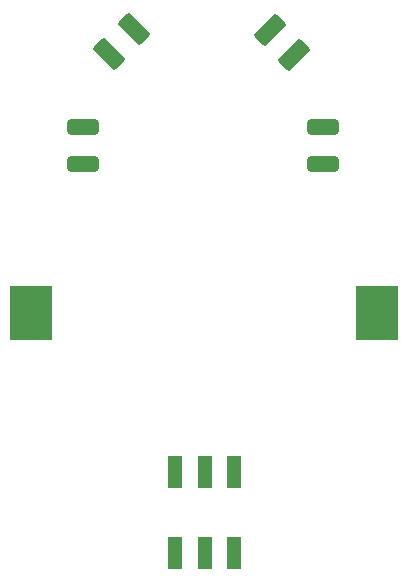
<source format=gbp>
G04 #@! TF.GenerationSoftware,KiCad,Pcbnew,(6.0.10)*
G04 #@! TF.CreationDate,2023-02-21T19:07:07+01:00*
G04 #@! TF.ProjectId,Eule,45756c65-2e6b-4696-9361-645f70636258,rev?*
G04 #@! TF.SameCoordinates,Original*
G04 #@! TF.FileFunction,Paste,Bot*
G04 #@! TF.FilePolarity,Positive*
%FSLAX46Y46*%
G04 Gerber Fmt 4.6, Leading zero omitted, Abs format (unit mm)*
G04 Created by KiCad (PCBNEW (6.0.10)) date 2023-02-21 19:07:07*
%MOMM*%
%LPD*%
G01*
G04 APERTURE LIST*
G04 Aperture macros list*
%AMRoundRect*
0 Rectangle with rounded corners*
0 $1 Rounding radius*
0 $2 $3 $4 $5 $6 $7 $8 $9 X,Y pos of 4 corners*
0 Add a 4 corners polygon primitive as box body*
4,1,4,$2,$3,$4,$5,$6,$7,$8,$9,$2,$3,0*
0 Add four circle primitives for the rounded corners*
1,1,$1+$1,$2,$3*
1,1,$1+$1,$4,$5*
1,1,$1+$1,$6,$7*
1,1,$1+$1,$8,$9*
0 Add four rect primitives between the rounded corners*
20,1,$1+$1,$2,$3,$4,$5,0*
20,1,$1+$1,$4,$5,$6,$7,0*
20,1,$1+$1,$6,$7,$8,$9,0*
20,1,$1+$1,$8,$9,$2,$3,0*%
G04 Aperture macros list end*
%ADD10R,1.200000X2.700000*%
%ADD11R,3.600000X4.600000*%
%ADD12RoundRect,0.250000X1.075000X-0.400000X1.075000X0.400000X-1.075000X0.400000X-1.075000X-0.400000X0*%
%ADD13RoundRect,0.250001X-0.433103X1.087175X-1.087175X0.433103X0.433103X-1.087175X1.087175X-0.433103X0*%
%ADD14RoundRect,0.250001X-1.087175X-0.433103X-0.433103X-1.087175X1.087175X0.433103X0.433103X1.087175X0*%
G04 APERTURE END LIST*
D10*
X58500000Y-84550000D03*
X56000000Y-84550000D03*
X53500000Y-84550000D03*
X58500000Y-91450000D03*
X56000000Y-91450000D03*
X53500000Y-91450000D03*
D11*
X41290000Y-71120000D03*
X70590000Y-71120000D03*
D12*
X66040000Y-58470000D03*
X66040000Y-55370000D03*
D13*
X50010000Y-47080000D03*
X47906358Y-49183642D03*
D14*
X61495376Y-47185376D03*
X63599018Y-49289018D03*
D12*
X45720000Y-58470000D03*
X45720000Y-55370000D03*
M02*

</source>
